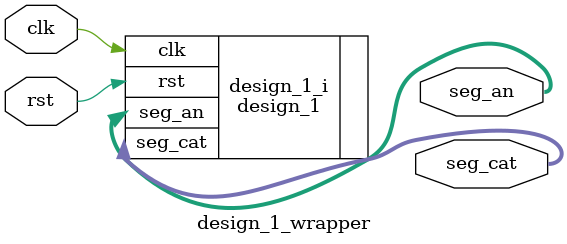
<source format=v>
`timescale 1 ps / 1 ps

module design_1_wrapper
   (clk,
    rst,
    seg_an,
    seg_cat);
  input clk;
  input rst;
  output [3:0]seg_an;
  output [7:0]seg_cat;

  wire clk;
  wire rst;
  wire [3:0]seg_an;
  wire [7:0]seg_cat;

  design_1 design_1_i
       (.clk(clk),
        .rst(rst),
        .seg_an(seg_an),
        .seg_cat(seg_cat));
endmodule

</source>
